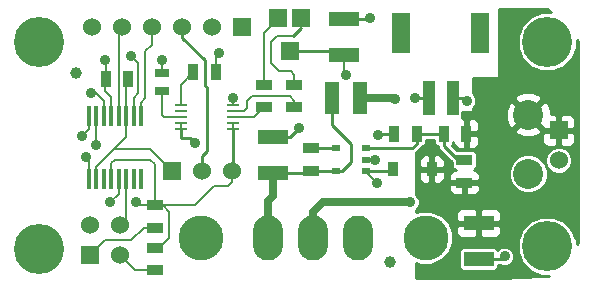
<source format=gtl>
G04 (created by PCBNEW (2013-05-31 BZR 4019)-stable) date 8/16/2014 12:09:56 PM*
%MOIN*%
G04 Gerber Fmt 3.4, Leading zero omitted, Abs format*
%FSLAX34Y34*%
G01*
G70*
G90*
G04 APERTURE LIST*
%ADD10C,0.00590551*%
%ADD11R,0.1X0.05*%
%ADD12R,0.055X0.035*%
%ADD13R,0.035X0.055*%
%ADD14R,0.0358X0.048*%
%ADD15C,0.0393701*%
%ADD16O,0.1X0.15*%
%ADD17C,0.15*%
%ADD18R,0.0590551X0.0590551*%
%ADD19R,0.06X0.06*%
%ADD20C,0.06*%
%ADD21R,0.045X0.025*%
%ADD22R,0.03X0.02*%
%ADD23C,0.1*%
%ADD24C,0.167*%
%ADD25R,0.0394X0.0106*%
%ADD26R,0.016X0.065*%
%ADD27R,0.0472441X0.106299*%
%ADD28R,0.0393701X0.11811*%
%ADD29R,0.0590551X0.133858*%
%ADD30C,0.035*%
%ADD31C,0.025*%
%ADD32C,0.01*%
%ADD33C,0.008*%
G04 APERTURE END LIST*
G54D10*
G54D11*
X67007Y-44714D03*
X67007Y-45914D03*
G54D12*
X60866Y-40847D03*
X60866Y-40097D03*
X59842Y-40847D03*
X59842Y-40097D03*
G54D13*
X57499Y-39685D03*
X58249Y-39685D03*
G54D14*
X64159Y-42913D03*
X65447Y-42913D03*
G54D12*
X61417Y-42973D03*
X61417Y-42223D03*
X56220Y-45530D03*
X56220Y-46280D03*
X66535Y-42617D03*
X66535Y-43367D03*
G54D13*
X64941Y-41732D03*
X64191Y-41732D03*
G54D15*
X64055Y-46023D03*
X53582Y-39724D03*
G54D16*
X59996Y-45196D03*
X61496Y-45196D03*
X62996Y-45196D03*
G54D17*
X57746Y-45196D03*
X65246Y-45196D03*
G54D18*
X60708Y-38976D03*
X60334Y-37874D03*
X61082Y-37874D03*
G54D19*
X56795Y-42992D03*
G54D20*
X57795Y-42992D03*
X58795Y-42992D03*
G54D19*
X54066Y-45775D03*
G54D20*
X54066Y-44775D03*
X55066Y-45775D03*
X55066Y-44775D03*
G54D19*
X59114Y-38188D03*
G54D20*
X58114Y-38188D03*
X57114Y-38188D03*
X56114Y-38188D03*
X55114Y-38188D03*
X54114Y-38188D03*
G54D13*
X55335Y-39921D03*
X54585Y-39921D03*
X65845Y-41732D03*
X66595Y-41732D03*
G54D11*
X60157Y-43040D03*
X60157Y-41840D03*
X62519Y-39103D03*
X62519Y-37903D03*
G54D21*
X56456Y-40300D03*
X56456Y-39700D03*
G54D12*
X56220Y-44113D03*
X56220Y-44863D03*
G54D22*
X63255Y-42973D03*
X63255Y-42223D03*
X62255Y-42973D03*
X63255Y-42598D03*
X62255Y-42223D03*
G54D23*
X68661Y-41102D03*
X68661Y-43070D03*
G54D24*
X52362Y-38673D03*
X52362Y-45562D03*
X69291Y-45484D03*
X69291Y-38673D03*
G54D25*
X58827Y-41581D03*
X58827Y-41381D03*
X58827Y-41181D03*
X58827Y-40981D03*
X58827Y-40781D03*
X57077Y-40781D03*
X57077Y-40981D03*
X57077Y-41181D03*
X57077Y-41381D03*
X57077Y-41581D03*
G54D26*
X55006Y-41154D03*
X54756Y-41154D03*
X54506Y-41154D03*
X54256Y-41154D03*
X55756Y-43254D03*
X55756Y-41154D03*
X55506Y-41154D03*
X55256Y-41154D03*
X54006Y-43254D03*
X54256Y-43254D03*
X54506Y-43254D03*
X54756Y-43254D03*
X55006Y-43254D03*
X55256Y-43254D03*
X54006Y-41154D03*
X55506Y-43254D03*
G54D27*
X62125Y-40551D03*
X63070Y-40551D03*
G54D28*
X65354Y-40551D03*
X66141Y-40551D03*
G54D29*
X64429Y-38385D03*
X67066Y-38385D03*
G54D19*
X69685Y-41625D03*
G54D20*
X69685Y-42625D03*
G54D30*
X54094Y-40393D03*
X53937Y-42519D03*
X53779Y-41811D03*
X55433Y-39133D03*
X54251Y-42125D03*
X62598Y-39763D03*
X55590Y-44015D03*
X64724Y-44015D03*
X66614Y-40629D03*
X57559Y-42047D03*
X64881Y-40551D03*
X67874Y-45826D03*
X61023Y-41535D03*
X63661Y-41771D03*
X54724Y-44015D03*
X58818Y-40551D03*
X58346Y-39055D03*
X56456Y-39291D03*
X54566Y-39291D03*
X63385Y-37874D03*
X63543Y-42598D03*
X64212Y-40590D03*
X63622Y-43385D03*
G54D31*
X59996Y-45196D02*
X59996Y-43980D01*
X59996Y-43980D02*
X60157Y-43818D01*
X60157Y-43818D02*
X60157Y-43040D01*
G54D32*
X62755Y-42677D02*
X62755Y-42086D01*
X62125Y-41456D02*
X62125Y-40551D01*
X62755Y-42086D02*
X62125Y-41456D01*
X62255Y-42973D02*
X62459Y-42973D01*
X62459Y-42973D02*
X62755Y-42677D01*
X62255Y-42973D02*
X61417Y-42973D01*
X60157Y-43040D02*
X61349Y-43040D01*
X61349Y-43040D02*
X61417Y-42973D01*
G54D33*
X54842Y-42244D02*
X56047Y-42244D01*
X56047Y-42244D02*
X56795Y-42992D01*
X54256Y-43254D02*
X54256Y-42829D01*
X55256Y-41829D02*
X55256Y-41154D01*
X54256Y-42829D02*
X54842Y-42244D01*
X54842Y-42244D02*
X55256Y-41829D01*
X55256Y-41154D02*
X55256Y-40000D01*
X55256Y-40000D02*
X55335Y-39921D01*
X54506Y-41154D02*
X54506Y-40648D01*
X54251Y-40393D02*
X54094Y-40393D01*
X54506Y-40648D02*
X54251Y-40393D01*
X54006Y-43254D02*
X54006Y-42589D01*
X54006Y-42589D02*
X53937Y-42519D01*
X54006Y-41583D02*
X54006Y-41154D01*
X53779Y-41811D02*
X54006Y-41583D01*
X56220Y-44863D02*
X55845Y-44863D01*
X54566Y-45275D02*
X54066Y-45775D01*
X55433Y-45275D02*
X54566Y-45275D01*
X55845Y-44863D02*
X55433Y-45275D01*
X56220Y-46280D02*
X55571Y-46280D01*
X55571Y-46280D02*
X55066Y-45775D01*
X55506Y-41154D02*
X55506Y-40556D01*
X55669Y-39370D02*
X55433Y-39133D01*
X55669Y-40393D02*
X55669Y-39370D01*
X55506Y-40556D02*
X55669Y-40393D01*
X55006Y-41154D02*
X55006Y-38296D01*
X55006Y-38296D02*
X55114Y-38188D01*
X55256Y-43254D02*
X55256Y-44585D01*
X55256Y-44585D02*
X55066Y-44775D01*
X55756Y-41154D02*
X55756Y-40699D01*
X56114Y-38767D02*
X56114Y-38188D01*
X55905Y-38976D02*
X56114Y-38767D01*
X55905Y-40551D02*
X55905Y-38976D01*
X55756Y-40699D02*
X55905Y-40551D01*
X54256Y-41154D02*
X54256Y-42121D01*
X54256Y-42121D02*
X54251Y-42125D01*
G54D32*
X57795Y-42992D02*
X57795Y-42480D01*
X57114Y-38531D02*
X57114Y-38188D01*
X57874Y-39291D02*
X57114Y-38531D01*
X57874Y-40118D02*
X57874Y-39291D01*
X57952Y-40196D02*
X57874Y-40118D01*
X57952Y-42322D02*
X57952Y-40196D01*
X57795Y-42480D02*
X57952Y-42322D01*
X60708Y-38976D02*
X62392Y-38976D01*
X62392Y-38976D02*
X62519Y-39103D01*
X58827Y-41581D02*
X58827Y-42959D01*
X58827Y-42959D02*
X58795Y-42992D01*
G54D33*
X62598Y-39763D02*
X62519Y-39685D01*
X62519Y-39685D02*
X62519Y-39103D01*
X55687Y-44113D02*
X55590Y-44015D01*
X56220Y-44113D02*
X55687Y-44113D01*
X54756Y-43254D02*
X54756Y-42723D01*
X56220Y-42755D02*
X56220Y-44113D01*
X56062Y-42598D02*
X56220Y-42755D01*
X54881Y-42598D02*
X56062Y-42598D01*
X54756Y-42723D02*
X54881Y-42598D01*
X56220Y-44113D02*
X57540Y-44113D01*
X57540Y-44113D02*
X58188Y-43464D01*
X58188Y-43464D02*
X58661Y-43464D01*
X58661Y-43464D02*
X58795Y-43330D01*
X58795Y-43330D02*
X58795Y-42992D01*
X56220Y-45530D02*
X56359Y-45530D01*
X56475Y-44113D02*
X56220Y-44113D01*
X56692Y-44330D02*
X56475Y-44113D01*
X56692Y-45196D02*
X56692Y-44330D01*
X56359Y-45530D02*
X56692Y-45196D01*
X58827Y-41381D02*
X58827Y-41581D01*
G54D31*
X61496Y-45196D02*
X61496Y-44330D01*
X61496Y-44330D02*
X61811Y-44015D01*
X61811Y-44015D02*
X64724Y-44015D01*
G54D32*
X66614Y-40629D02*
X66535Y-40551D01*
X66535Y-40551D02*
X66102Y-40551D01*
X57559Y-42047D02*
X57401Y-41889D01*
X57401Y-41889D02*
X57086Y-41889D01*
X57086Y-41889D02*
X57077Y-41880D01*
X57077Y-41880D02*
X57077Y-41581D01*
G54D33*
X57077Y-41581D02*
X57077Y-41381D01*
G54D32*
X65314Y-40551D02*
X64881Y-40551D01*
X67007Y-45914D02*
X67785Y-45914D01*
X67785Y-45914D02*
X67874Y-45826D01*
X60157Y-41840D02*
X60718Y-41840D01*
X60718Y-41840D02*
X61023Y-41535D01*
X64191Y-41732D02*
X63700Y-41732D01*
X63700Y-41732D02*
X63661Y-41771D01*
G54D33*
X55006Y-43254D02*
X55006Y-43733D01*
X55006Y-43733D02*
X54724Y-44015D01*
X58827Y-40781D02*
X58827Y-40560D01*
X58827Y-40560D02*
X58818Y-40551D01*
X58249Y-39685D02*
X58249Y-39152D01*
X58249Y-39152D02*
X58346Y-39055D01*
X56456Y-39700D02*
X56456Y-39291D01*
X54585Y-39921D02*
X54585Y-39310D01*
X54585Y-39310D02*
X54566Y-39291D01*
X54756Y-41154D02*
X54756Y-40504D01*
X54566Y-39939D02*
X54585Y-39921D01*
X54566Y-40314D02*
X54566Y-39939D01*
X54756Y-40504D02*
X54566Y-40314D01*
G54D32*
X62519Y-37903D02*
X63355Y-37903D01*
X63355Y-37903D02*
X63385Y-37874D01*
X63255Y-42598D02*
X63543Y-42598D01*
G54D33*
X57077Y-40781D02*
X57077Y-40106D01*
X57077Y-40106D02*
X57499Y-39685D01*
X57077Y-41181D02*
X56535Y-41181D01*
X56456Y-41102D02*
X56456Y-40300D01*
X56535Y-41181D02*
X56456Y-41102D01*
X59842Y-40097D02*
X59842Y-38366D01*
X59842Y-38366D02*
X60334Y-37874D01*
X58827Y-40981D02*
X59176Y-40981D01*
X60866Y-40629D02*
X60866Y-40847D01*
X60708Y-40472D02*
X60866Y-40629D01*
X59448Y-40472D02*
X60708Y-40472D01*
X59291Y-40629D02*
X59448Y-40472D01*
X59291Y-40866D02*
X59291Y-40629D01*
X59176Y-40981D02*
X59291Y-40866D01*
X61082Y-37874D02*
X61082Y-38208D01*
X61082Y-38208D02*
X60826Y-38464D01*
X60826Y-38464D02*
X60275Y-38464D01*
X60275Y-38464D02*
X60078Y-38661D01*
X60078Y-38661D02*
X60078Y-39370D01*
X60078Y-39370D02*
X60354Y-39645D01*
X60354Y-39645D02*
X60748Y-39645D01*
X60748Y-39645D02*
X60866Y-39763D01*
X60866Y-39763D02*
X60866Y-40097D01*
G54D32*
X60826Y-38464D02*
X61082Y-38208D01*
G54D33*
X58827Y-41181D02*
X59508Y-41181D01*
X59508Y-41181D02*
X59842Y-40847D01*
G54D32*
X66535Y-42617D02*
X66317Y-42617D01*
X65845Y-42144D02*
X65845Y-41732D01*
X66317Y-42617D02*
X65845Y-42144D01*
X64941Y-41732D02*
X65845Y-41732D01*
X63255Y-42223D02*
X64784Y-42223D01*
X64941Y-42065D02*
X64941Y-41732D01*
X64784Y-42223D02*
X64941Y-42065D01*
X61417Y-42223D02*
X62255Y-42223D01*
G54D31*
X64173Y-40551D02*
X63070Y-40551D01*
X64212Y-40590D02*
X64173Y-40551D01*
G54D33*
X63255Y-42973D02*
X63255Y-43019D01*
X63255Y-43019D02*
X63622Y-43385D01*
G54D32*
X63255Y-42973D02*
X64099Y-42973D01*
X64099Y-42973D02*
X64159Y-42913D01*
G54D10*
G36*
X70312Y-45371D02*
X70276Y-45413D01*
X70276Y-45289D01*
X70235Y-45188D01*
X70235Y-41975D01*
X70235Y-41276D01*
X70197Y-41184D01*
X70126Y-41114D01*
X70034Y-41076D01*
X69935Y-41075D01*
X69797Y-41075D01*
X69735Y-41138D01*
X69735Y-41575D01*
X70172Y-41575D01*
X70235Y-41513D01*
X70235Y-41276D01*
X70235Y-41975D01*
X70235Y-41738D01*
X70172Y-41675D01*
X69735Y-41675D01*
X69735Y-42113D01*
X69797Y-42175D01*
X69935Y-42176D01*
X70034Y-42175D01*
X70126Y-42137D01*
X70197Y-42067D01*
X70235Y-41975D01*
X70235Y-45188D01*
X70135Y-44946D01*
X70135Y-42536D01*
X70066Y-42371D01*
X69940Y-42244D01*
X69774Y-42176D01*
X69635Y-42175D01*
X69635Y-42113D01*
X69635Y-41675D01*
X69635Y-41575D01*
X69635Y-41138D01*
X69572Y-41075D01*
X69434Y-41075D01*
X69410Y-41075D01*
X69407Y-40933D01*
X69308Y-40694D01*
X69192Y-40642D01*
X69121Y-40713D01*
X69121Y-40571D01*
X69069Y-40455D01*
X68790Y-40348D01*
X68492Y-40356D01*
X68253Y-40455D01*
X68201Y-40571D01*
X68661Y-41031D01*
X69121Y-40571D01*
X69121Y-40713D01*
X68732Y-41102D01*
X69135Y-41505D01*
X69135Y-41513D01*
X69197Y-41575D01*
X69635Y-41575D01*
X69635Y-41675D01*
X69197Y-41675D01*
X69135Y-41738D01*
X69134Y-41975D01*
X69172Y-42067D01*
X69243Y-42137D01*
X69335Y-42175D01*
X69434Y-42176D01*
X69572Y-42175D01*
X69635Y-42113D01*
X69635Y-42175D01*
X69595Y-42175D01*
X69430Y-42244D01*
X69303Y-42370D01*
X69235Y-42536D01*
X69234Y-42715D01*
X69303Y-42880D01*
X69429Y-43007D01*
X69595Y-43075D01*
X69774Y-43076D01*
X69939Y-43007D01*
X70066Y-42881D01*
X70134Y-42715D01*
X70135Y-42536D01*
X70135Y-44946D01*
X70126Y-44927D01*
X69850Y-44649D01*
X69488Y-44499D01*
X69311Y-44499D01*
X69311Y-42942D01*
X69212Y-42703D01*
X69121Y-42611D01*
X69121Y-41632D01*
X68661Y-41173D01*
X68590Y-41243D01*
X68590Y-41102D01*
X68130Y-40642D01*
X68014Y-40694D01*
X67907Y-40972D01*
X67915Y-41271D01*
X68014Y-41510D01*
X68130Y-41562D01*
X68590Y-41102D01*
X68590Y-41243D01*
X68201Y-41632D01*
X68253Y-41749D01*
X68531Y-41856D01*
X68830Y-41848D01*
X69069Y-41749D01*
X69121Y-41632D01*
X69121Y-42611D01*
X69030Y-42520D01*
X68791Y-42420D01*
X68532Y-42420D01*
X68293Y-42519D01*
X68110Y-42702D01*
X68011Y-42941D01*
X68011Y-43199D01*
X68110Y-43438D01*
X68292Y-43621D01*
X68531Y-43720D01*
X68790Y-43720D01*
X69029Y-43622D01*
X69212Y-43439D01*
X69311Y-43200D01*
X69311Y-42942D01*
X69311Y-44499D01*
X69096Y-44499D01*
X68734Y-44648D01*
X68456Y-44925D01*
X68306Y-45287D01*
X68306Y-45679D01*
X68455Y-46041D01*
X68732Y-46318D01*
X69094Y-46469D01*
X69361Y-46469D01*
X69346Y-46486D01*
X68199Y-46526D01*
X68199Y-45762D01*
X68149Y-45642D01*
X68058Y-45551D01*
X67938Y-45501D01*
X67809Y-45501D01*
X67757Y-45523D01*
X67757Y-45014D01*
X67757Y-44415D01*
X67719Y-44323D01*
X67649Y-44253D01*
X67557Y-44215D01*
X67458Y-44214D01*
X67120Y-44214D01*
X67060Y-44274D01*
X67060Y-43591D01*
X67060Y-43479D01*
X66997Y-43417D01*
X66585Y-43417D01*
X66585Y-43729D01*
X66647Y-43792D01*
X66760Y-43792D01*
X66860Y-43792D01*
X66952Y-43753D01*
X67022Y-43683D01*
X67060Y-43591D01*
X67060Y-44274D01*
X67057Y-44277D01*
X67057Y-44664D01*
X67695Y-44664D01*
X67757Y-44602D01*
X67757Y-44415D01*
X67757Y-45014D01*
X67757Y-44827D01*
X67695Y-44764D01*
X67057Y-44764D01*
X67057Y-45152D01*
X67120Y-45214D01*
X67458Y-45215D01*
X67557Y-45214D01*
X67649Y-45176D01*
X67719Y-45106D01*
X67757Y-45014D01*
X67757Y-45523D01*
X67690Y-45551D01*
X67642Y-45598D01*
X67635Y-45580D01*
X67592Y-45537D01*
X67537Y-45514D01*
X67478Y-45514D01*
X66957Y-45514D01*
X66957Y-45152D01*
X66957Y-44764D01*
X66957Y-44664D01*
X66957Y-44277D01*
X66895Y-44214D01*
X66557Y-44214D01*
X66485Y-44214D01*
X66485Y-43729D01*
X66485Y-43417D01*
X66072Y-43417D01*
X66010Y-43479D01*
X66010Y-43591D01*
X66048Y-43683D01*
X66118Y-43753D01*
X66210Y-43792D01*
X66309Y-43792D01*
X66422Y-43792D01*
X66485Y-43729D01*
X66485Y-44214D01*
X66457Y-44215D01*
X66366Y-44253D01*
X66295Y-44323D01*
X66257Y-44415D01*
X66257Y-44602D01*
X66320Y-44664D01*
X66957Y-44664D01*
X66957Y-44764D01*
X66320Y-44764D01*
X66257Y-44827D01*
X66257Y-45014D01*
X66295Y-45106D01*
X66366Y-45176D01*
X66457Y-45214D01*
X66557Y-45215D01*
X66895Y-45214D01*
X66957Y-45152D01*
X66957Y-45514D01*
X66478Y-45514D01*
X66423Y-45537D01*
X66380Y-45579D01*
X66357Y-45634D01*
X66357Y-45694D01*
X66357Y-46194D01*
X66380Y-46249D01*
X66422Y-46292D01*
X66477Y-46314D01*
X66537Y-46314D01*
X67537Y-46314D01*
X67592Y-46292D01*
X67634Y-46250D01*
X67657Y-46194D01*
X67657Y-46135D01*
X67657Y-46114D01*
X67720Y-46114D01*
X67809Y-46151D01*
X67938Y-46151D01*
X68057Y-46102D01*
X68149Y-46011D01*
X68198Y-45891D01*
X68199Y-45762D01*
X68199Y-46526D01*
X68002Y-46533D01*
X64931Y-46533D01*
X64931Y-46040D01*
X65066Y-46096D01*
X65424Y-46097D01*
X65755Y-45960D01*
X66008Y-45707D01*
X66145Y-45376D01*
X66146Y-45018D01*
X66009Y-44687D01*
X65876Y-44554D01*
X65876Y-43103D01*
X65876Y-42722D01*
X65876Y-42623D01*
X65837Y-42531D01*
X65767Y-42461D01*
X65675Y-42423D01*
X65559Y-42423D01*
X65497Y-42485D01*
X65497Y-42863D01*
X65813Y-42863D01*
X65876Y-42800D01*
X65876Y-42722D01*
X65876Y-43103D01*
X65876Y-43025D01*
X65813Y-42963D01*
X65497Y-42963D01*
X65497Y-43340D01*
X65559Y-43403D01*
X65675Y-43403D01*
X65767Y-43365D01*
X65837Y-43295D01*
X65876Y-43203D01*
X65876Y-43103D01*
X65876Y-44554D01*
X65756Y-44434D01*
X65425Y-44297D01*
X65397Y-44296D01*
X65397Y-43340D01*
X65397Y-42963D01*
X65397Y-42863D01*
X65397Y-42485D01*
X65334Y-42423D01*
X65218Y-42423D01*
X65126Y-42461D01*
X65056Y-42531D01*
X65018Y-42623D01*
X65018Y-42722D01*
X65018Y-42800D01*
X65080Y-42863D01*
X65397Y-42863D01*
X65397Y-42963D01*
X65080Y-42963D01*
X65018Y-43025D01*
X65018Y-43103D01*
X65018Y-43203D01*
X65056Y-43295D01*
X65126Y-43365D01*
X65218Y-43403D01*
X65334Y-43403D01*
X65397Y-43340D01*
X65397Y-44296D01*
X65067Y-44296D01*
X64931Y-44352D01*
X64931Y-44267D01*
X64999Y-44200D01*
X65049Y-44080D01*
X65049Y-43951D01*
X65000Y-43831D01*
X64931Y-43763D01*
X64931Y-42358D01*
X65083Y-42207D01*
X65083Y-42207D01*
X65116Y-42157D01*
X65146Y-42157D01*
X65201Y-42134D01*
X65244Y-42092D01*
X65266Y-42037D01*
X65266Y-41977D01*
X65266Y-41932D01*
X65520Y-41932D01*
X65520Y-42036D01*
X65543Y-42092D01*
X65585Y-42134D01*
X65640Y-42157D01*
X65647Y-42157D01*
X65660Y-42221D01*
X65704Y-42286D01*
X66110Y-42692D01*
X66110Y-42821D01*
X66133Y-42876D01*
X66175Y-42919D01*
X66230Y-42942D01*
X66260Y-42942D01*
X66210Y-42942D01*
X66118Y-42980D01*
X66048Y-43050D01*
X66010Y-43142D01*
X66010Y-43254D01*
X66072Y-43317D01*
X66485Y-43317D01*
X66485Y-43309D01*
X66585Y-43309D01*
X66585Y-43317D01*
X66997Y-43317D01*
X67060Y-43254D01*
X67060Y-43142D01*
X67022Y-43050D01*
X67020Y-43048D01*
X67020Y-41957D01*
X67020Y-41506D01*
X67020Y-41407D01*
X66982Y-41315D01*
X66911Y-41245D01*
X66819Y-41207D01*
X66707Y-41207D01*
X66645Y-41269D01*
X66645Y-41682D01*
X66957Y-41682D01*
X67020Y-41619D01*
X67020Y-41506D01*
X67020Y-41957D01*
X67020Y-41844D01*
X66957Y-41782D01*
X66645Y-41782D01*
X66645Y-42194D01*
X66707Y-42257D01*
X66819Y-42257D01*
X66911Y-42219D01*
X66982Y-42149D01*
X67020Y-42057D01*
X67020Y-41957D01*
X67020Y-43048D01*
X66952Y-42980D01*
X66860Y-42942D01*
X66840Y-42942D01*
X66895Y-42919D01*
X66937Y-42877D01*
X66960Y-42822D01*
X66960Y-42762D01*
X66960Y-42412D01*
X66937Y-42357D01*
X66895Y-42315D01*
X66840Y-42292D01*
X66780Y-42292D01*
X66275Y-42292D01*
X66111Y-42128D01*
X66147Y-42092D01*
X66170Y-42037D01*
X66170Y-42007D01*
X66170Y-42057D01*
X66208Y-42149D01*
X66279Y-42219D01*
X66370Y-42257D01*
X66482Y-42257D01*
X66545Y-42194D01*
X66545Y-41782D01*
X66537Y-41782D01*
X66537Y-41682D01*
X66545Y-41682D01*
X66545Y-41269D01*
X66482Y-41207D01*
X66452Y-41207D01*
X66468Y-41167D01*
X66468Y-41115D01*
X66468Y-40994D01*
X66821Y-40994D01*
X66821Y-40882D01*
X66889Y-40814D01*
X66939Y-40694D01*
X66939Y-40565D01*
X66889Y-40446D01*
X66821Y-40377D01*
X66821Y-39892D01*
X67687Y-39892D01*
X67687Y-37561D01*
X69275Y-37561D01*
X69298Y-37565D01*
X69413Y-37688D01*
X69096Y-37688D01*
X68734Y-37837D01*
X68456Y-38114D01*
X68306Y-38476D01*
X68306Y-38868D01*
X68455Y-39230D01*
X68732Y-39507D01*
X69094Y-39658D01*
X69486Y-39658D01*
X69848Y-39508D01*
X70125Y-39231D01*
X70276Y-38870D01*
X70276Y-38604D01*
X70312Y-38643D01*
X70312Y-45371D01*
X70312Y-45371D01*
G37*
G54D32*
X70312Y-45371D02*
X70276Y-45413D01*
X70276Y-45289D01*
X70235Y-45188D01*
X70235Y-41975D01*
X70235Y-41276D01*
X70197Y-41184D01*
X70126Y-41114D01*
X70034Y-41076D01*
X69935Y-41075D01*
X69797Y-41075D01*
X69735Y-41138D01*
X69735Y-41575D01*
X70172Y-41575D01*
X70235Y-41513D01*
X70235Y-41276D01*
X70235Y-41975D01*
X70235Y-41738D01*
X70172Y-41675D01*
X69735Y-41675D01*
X69735Y-42113D01*
X69797Y-42175D01*
X69935Y-42176D01*
X70034Y-42175D01*
X70126Y-42137D01*
X70197Y-42067D01*
X70235Y-41975D01*
X70235Y-45188D01*
X70135Y-44946D01*
X70135Y-42536D01*
X70066Y-42371D01*
X69940Y-42244D01*
X69774Y-42176D01*
X69635Y-42175D01*
X69635Y-42113D01*
X69635Y-41675D01*
X69635Y-41575D01*
X69635Y-41138D01*
X69572Y-41075D01*
X69434Y-41075D01*
X69410Y-41075D01*
X69407Y-40933D01*
X69308Y-40694D01*
X69192Y-40642D01*
X69121Y-40713D01*
X69121Y-40571D01*
X69069Y-40455D01*
X68790Y-40348D01*
X68492Y-40356D01*
X68253Y-40455D01*
X68201Y-40571D01*
X68661Y-41031D01*
X69121Y-40571D01*
X69121Y-40713D01*
X68732Y-41102D01*
X69135Y-41505D01*
X69135Y-41513D01*
X69197Y-41575D01*
X69635Y-41575D01*
X69635Y-41675D01*
X69197Y-41675D01*
X69135Y-41738D01*
X69134Y-41975D01*
X69172Y-42067D01*
X69243Y-42137D01*
X69335Y-42175D01*
X69434Y-42176D01*
X69572Y-42175D01*
X69635Y-42113D01*
X69635Y-42175D01*
X69595Y-42175D01*
X69430Y-42244D01*
X69303Y-42370D01*
X69235Y-42536D01*
X69234Y-42715D01*
X69303Y-42880D01*
X69429Y-43007D01*
X69595Y-43075D01*
X69774Y-43076D01*
X69939Y-43007D01*
X70066Y-42881D01*
X70134Y-42715D01*
X70135Y-42536D01*
X70135Y-44946D01*
X70126Y-44927D01*
X69850Y-44649D01*
X69488Y-44499D01*
X69311Y-44499D01*
X69311Y-42942D01*
X69212Y-42703D01*
X69121Y-42611D01*
X69121Y-41632D01*
X68661Y-41173D01*
X68590Y-41243D01*
X68590Y-41102D01*
X68130Y-40642D01*
X68014Y-40694D01*
X67907Y-40972D01*
X67915Y-41271D01*
X68014Y-41510D01*
X68130Y-41562D01*
X68590Y-41102D01*
X68590Y-41243D01*
X68201Y-41632D01*
X68253Y-41749D01*
X68531Y-41856D01*
X68830Y-41848D01*
X69069Y-41749D01*
X69121Y-41632D01*
X69121Y-42611D01*
X69030Y-42520D01*
X68791Y-42420D01*
X68532Y-42420D01*
X68293Y-42519D01*
X68110Y-42702D01*
X68011Y-42941D01*
X68011Y-43199D01*
X68110Y-43438D01*
X68292Y-43621D01*
X68531Y-43720D01*
X68790Y-43720D01*
X69029Y-43622D01*
X69212Y-43439D01*
X69311Y-43200D01*
X69311Y-42942D01*
X69311Y-44499D01*
X69096Y-44499D01*
X68734Y-44648D01*
X68456Y-44925D01*
X68306Y-45287D01*
X68306Y-45679D01*
X68455Y-46041D01*
X68732Y-46318D01*
X69094Y-46469D01*
X69361Y-46469D01*
X69346Y-46486D01*
X68199Y-46526D01*
X68199Y-45762D01*
X68149Y-45642D01*
X68058Y-45551D01*
X67938Y-45501D01*
X67809Y-45501D01*
X67757Y-45523D01*
X67757Y-45014D01*
X67757Y-44415D01*
X67719Y-44323D01*
X67649Y-44253D01*
X67557Y-44215D01*
X67458Y-44214D01*
X67120Y-44214D01*
X67060Y-44274D01*
X67060Y-43591D01*
X67060Y-43479D01*
X66997Y-43417D01*
X66585Y-43417D01*
X66585Y-43729D01*
X66647Y-43792D01*
X66760Y-43792D01*
X66860Y-43792D01*
X66952Y-43753D01*
X67022Y-43683D01*
X67060Y-43591D01*
X67060Y-44274D01*
X67057Y-44277D01*
X67057Y-44664D01*
X67695Y-44664D01*
X67757Y-44602D01*
X67757Y-44415D01*
X67757Y-45014D01*
X67757Y-44827D01*
X67695Y-44764D01*
X67057Y-44764D01*
X67057Y-45152D01*
X67120Y-45214D01*
X67458Y-45215D01*
X67557Y-45214D01*
X67649Y-45176D01*
X67719Y-45106D01*
X67757Y-45014D01*
X67757Y-45523D01*
X67690Y-45551D01*
X67642Y-45598D01*
X67635Y-45580D01*
X67592Y-45537D01*
X67537Y-45514D01*
X67478Y-45514D01*
X66957Y-45514D01*
X66957Y-45152D01*
X66957Y-44764D01*
X66957Y-44664D01*
X66957Y-44277D01*
X66895Y-44214D01*
X66557Y-44214D01*
X66485Y-44214D01*
X66485Y-43729D01*
X66485Y-43417D01*
X66072Y-43417D01*
X66010Y-43479D01*
X66010Y-43591D01*
X66048Y-43683D01*
X66118Y-43753D01*
X66210Y-43792D01*
X66309Y-43792D01*
X66422Y-43792D01*
X66485Y-43729D01*
X66485Y-44214D01*
X66457Y-44215D01*
X66366Y-44253D01*
X66295Y-44323D01*
X66257Y-44415D01*
X66257Y-44602D01*
X66320Y-44664D01*
X66957Y-44664D01*
X66957Y-44764D01*
X66320Y-44764D01*
X66257Y-44827D01*
X66257Y-45014D01*
X66295Y-45106D01*
X66366Y-45176D01*
X66457Y-45214D01*
X66557Y-45215D01*
X66895Y-45214D01*
X66957Y-45152D01*
X66957Y-45514D01*
X66478Y-45514D01*
X66423Y-45537D01*
X66380Y-45579D01*
X66357Y-45634D01*
X66357Y-45694D01*
X66357Y-46194D01*
X66380Y-46249D01*
X66422Y-46292D01*
X66477Y-46314D01*
X66537Y-46314D01*
X67537Y-46314D01*
X67592Y-46292D01*
X67634Y-46250D01*
X67657Y-46194D01*
X67657Y-46135D01*
X67657Y-46114D01*
X67720Y-46114D01*
X67809Y-46151D01*
X67938Y-46151D01*
X68057Y-46102D01*
X68149Y-46011D01*
X68198Y-45891D01*
X68199Y-45762D01*
X68199Y-46526D01*
X68002Y-46533D01*
X64931Y-46533D01*
X64931Y-46040D01*
X65066Y-46096D01*
X65424Y-46097D01*
X65755Y-45960D01*
X66008Y-45707D01*
X66145Y-45376D01*
X66146Y-45018D01*
X66009Y-44687D01*
X65876Y-44554D01*
X65876Y-43103D01*
X65876Y-42722D01*
X65876Y-42623D01*
X65837Y-42531D01*
X65767Y-42461D01*
X65675Y-42423D01*
X65559Y-42423D01*
X65497Y-42485D01*
X65497Y-42863D01*
X65813Y-42863D01*
X65876Y-42800D01*
X65876Y-42722D01*
X65876Y-43103D01*
X65876Y-43025D01*
X65813Y-42963D01*
X65497Y-42963D01*
X65497Y-43340D01*
X65559Y-43403D01*
X65675Y-43403D01*
X65767Y-43365D01*
X65837Y-43295D01*
X65876Y-43203D01*
X65876Y-43103D01*
X65876Y-44554D01*
X65756Y-44434D01*
X65425Y-44297D01*
X65397Y-44296D01*
X65397Y-43340D01*
X65397Y-42963D01*
X65397Y-42863D01*
X65397Y-42485D01*
X65334Y-42423D01*
X65218Y-42423D01*
X65126Y-42461D01*
X65056Y-42531D01*
X65018Y-42623D01*
X65018Y-42722D01*
X65018Y-42800D01*
X65080Y-42863D01*
X65397Y-42863D01*
X65397Y-42963D01*
X65080Y-42963D01*
X65018Y-43025D01*
X65018Y-43103D01*
X65018Y-43203D01*
X65056Y-43295D01*
X65126Y-43365D01*
X65218Y-43403D01*
X65334Y-43403D01*
X65397Y-43340D01*
X65397Y-44296D01*
X65067Y-44296D01*
X64931Y-44352D01*
X64931Y-44267D01*
X64999Y-44200D01*
X65049Y-44080D01*
X65049Y-43951D01*
X65000Y-43831D01*
X64931Y-43763D01*
X64931Y-42358D01*
X65083Y-42207D01*
X65083Y-42207D01*
X65116Y-42157D01*
X65146Y-42157D01*
X65201Y-42134D01*
X65244Y-42092D01*
X65266Y-42037D01*
X65266Y-41977D01*
X65266Y-41932D01*
X65520Y-41932D01*
X65520Y-42036D01*
X65543Y-42092D01*
X65585Y-42134D01*
X65640Y-42157D01*
X65647Y-42157D01*
X65660Y-42221D01*
X65704Y-42286D01*
X66110Y-42692D01*
X66110Y-42821D01*
X66133Y-42876D01*
X66175Y-42919D01*
X66230Y-42942D01*
X66260Y-42942D01*
X66210Y-42942D01*
X66118Y-42980D01*
X66048Y-43050D01*
X66010Y-43142D01*
X66010Y-43254D01*
X66072Y-43317D01*
X66485Y-43317D01*
X66485Y-43309D01*
X66585Y-43309D01*
X66585Y-43317D01*
X66997Y-43317D01*
X67060Y-43254D01*
X67060Y-43142D01*
X67022Y-43050D01*
X67020Y-43048D01*
X67020Y-41957D01*
X67020Y-41506D01*
X67020Y-41407D01*
X66982Y-41315D01*
X66911Y-41245D01*
X66819Y-41207D01*
X66707Y-41207D01*
X66645Y-41269D01*
X66645Y-41682D01*
X66957Y-41682D01*
X67020Y-41619D01*
X67020Y-41506D01*
X67020Y-41957D01*
X67020Y-41844D01*
X66957Y-41782D01*
X66645Y-41782D01*
X66645Y-42194D01*
X66707Y-42257D01*
X66819Y-42257D01*
X66911Y-42219D01*
X66982Y-42149D01*
X67020Y-42057D01*
X67020Y-41957D01*
X67020Y-43048D01*
X66952Y-42980D01*
X66860Y-42942D01*
X66840Y-42942D01*
X66895Y-42919D01*
X66937Y-42877D01*
X66960Y-42822D01*
X66960Y-42762D01*
X66960Y-42412D01*
X66937Y-42357D01*
X66895Y-42315D01*
X66840Y-42292D01*
X66780Y-42292D01*
X66275Y-42292D01*
X66111Y-42128D01*
X66147Y-42092D01*
X66170Y-42037D01*
X66170Y-42007D01*
X66170Y-42057D01*
X66208Y-42149D01*
X66279Y-42219D01*
X66370Y-42257D01*
X66482Y-42257D01*
X66545Y-42194D01*
X66545Y-41782D01*
X66537Y-41782D01*
X66537Y-41682D01*
X66545Y-41682D01*
X66545Y-41269D01*
X66482Y-41207D01*
X66452Y-41207D01*
X66468Y-41167D01*
X66468Y-41115D01*
X66468Y-40994D01*
X66821Y-40994D01*
X66821Y-40882D01*
X66889Y-40814D01*
X66939Y-40694D01*
X66939Y-40565D01*
X66889Y-40446D01*
X66821Y-40377D01*
X66821Y-39892D01*
X67687Y-39892D01*
X67687Y-37561D01*
X69275Y-37561D01*
X69298Y-37565D01*
X69413Y-37688D01*
X69096Y-37688D01*
X68734Y-37837D01*
X68456Y-38114D01*
X68306Y-38476D01*
X68306Y-38868D01*
X68455Y-39230D01*
X68732Y-39507D01*
X69094Y-39658D01*
X69486Y-39658D01*
X69848Y-39508D01*
X70125Y-39231D01*
X70276Y-38870D01*
X70276Y-38604D01*
X70312Y-38643D01*
X70312Y-45371D01*
M02*

</source>
